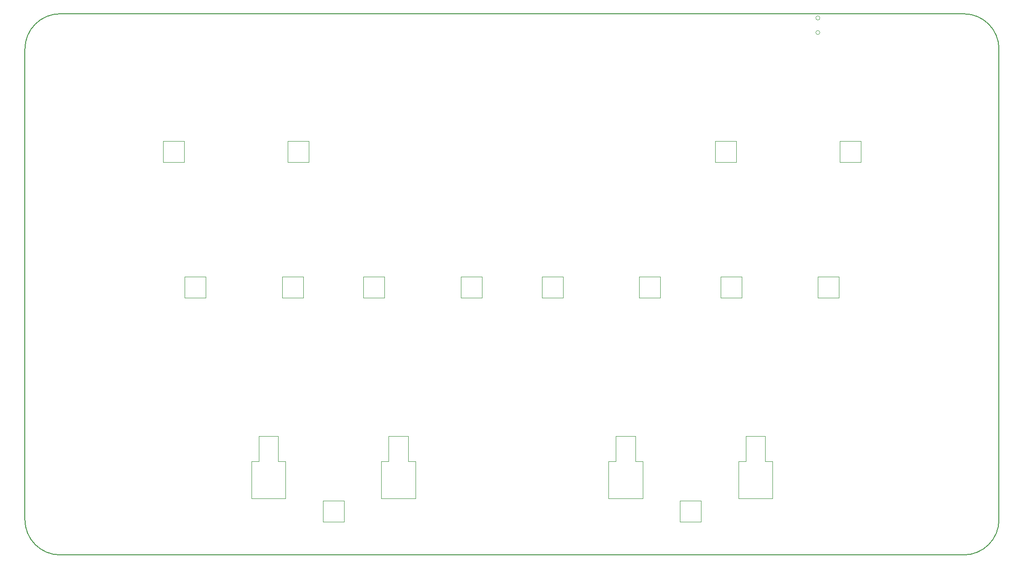
<source format=gbr>
%TF.GenerationSoftware,KiCad,Pcbnew,(6.0.5)*%
%TF.CreationDate,2022-10-13T09:17:03+09:00*%
%TF.ProjectId,Luka One___,4c756b61-204f-46e6-9566-5c5f2e6b6963,rev?*%
%TF.SameCoordinates,PX2f4d600PY1513820*%
%TF.FileFunction,Profile,NP*%
%FSLAX46Y46*%
G04 Gerber Fmt 4.6, Leading zero omitted, Abs format (unit mm)*
G04 Created by KiCad (PCBNEW (6.0.5)) date 2022-10-13 09:17:03*
%MOMM*%
%LPD*%
G01*
G04 APERTURE LIST*
%TA.AperFunction,Profile*%
%ADD10C,0.200000*%
%TD*%
%TA.AperFunction,Profile*%
%ADD11C,0.120000*%
%TD*%
G04 APERTURE END LIST*
D10*
X183902900Y-9902600D02*
G75*
G03*
X177402850Y-3402600I-6500100J-100D01*
G01*
X183902850Y-96902600D02*
X183902850Y-9902600D01*
X3902850Y-96902600D02*
G75*
G03*
X10402851Y-103402600I6500000J0D01*
G01*
X177402850Y-103402550D02*
G75*
G03*
X183902850Y-96902600I50J6499950D01*
G01*
X10402851Y-3402602D02*
G75*
G03*
X3902852Y-9902600I-1J-6499998D01*
G01*
X177402850Y-3402601D02*
X10402851Y-3402601D01*
X10402851Y-103402600D02*
X177402850Y-103402600D01*
X3902851Y-9902600D02*
X3902851Y-96902600D01*
D11*
%TO.C,Kailh PG1354*%
X69749999Y-92993850D02*
X69749999Y-86143850D01*
X45749999Y-92993850D02*
X52049999Y-92993850D01*
X74699999Y-86143850D02*
X76049999Y-86143850D01*
X47099999Y-81493850D02*
X50699999Y-81493850D01*
X74699999Y-81493850D02*
X74699999Y-86143850D01*
X52049999Y-92993850D02*
X52049999Y-86143850D01*
X71099999Y-81493850D02*
X71099999Y-86143850D01*
X50699999Y-81493850D02*
X50699999Y-86143850D01*
X50699999Y-86143850D02*
X52049999Y-86143850D01*
X45749999Y-86143850D02*
X47099999Y-86143850D01*
X69749999Y-86143850D02*
X71099999Y-86143850D01*
X76049999Y-92993850D02*
X76049999Y-86143850D01*
X47099999Y-81493850D02*
X47099999Y-86143850D01*
X45749999Y-92993850D02*
X45749999Y-86143850D01*
X69749999Y-92993850D02*
X76049999Y-92993850D01*
X71099999Y-81493850D02*
X74699999Y-81493850D01*
%TO.C,REF\u002A\u002A3*%
X136340000Y-55850000D02*
X132440000Y-55850000D01*
X132440000Y-55850000D02*
X132440000Y-51950000D01*
X132440000Y-51950000D02*
X136340000Y-51950000D01*
X136340000Y-51950000D02*
X136340000Y-55850000D01*
%TO.C,REF\u002A\u002A10*%
X51440000Y-51950000D02*
X55340000Y-51950000D01*
X55340000Y-51950000D02*
X55340000Y-55850000D01*
X51440000Y-55850000D02*
X51440000Y-51950000D01*
X55340000Y-55850000D02*
X51440000Y-55850000D01*
%TO.C,REF\u002A\u002A7*%
X66440000Y-51950000D02*
X70340000Y-51950000D01*
X66440000Y-55850000D02*
X66440000Y-51950000D01*
X70340000Y-51950000D02*
X70340000Y-55850000D01*
X70340000Y-55850000D02*
X66440000Y-55850000D01*
%TO.C,REF\u002A\u002A3*%
X29450000Y-26960000D02*
X33350000Y-26960000D01*
X33350000Y-30860000D02*
X29450000Y-30860000D01*
X33350000Y-26960000D02*
X33350000Y-30860000D01*
X29450000Y-30860000D02*
X29450000Y-26960000D01*
%TO.C,REF\u002A\u002A6*%
X121340000Y-51950000D02*
X121340000Y-55850000D01*
X117440000Y-51950000D02*
X121340000Y-51950000D01*
X121340000Y-55850000D02*
X117440000Y-55850000D01*
X117440000Y-55850000D02*
X117440000Y-51950000D01*
%TO.C,REF\u002A\u002A8*%
X88340000Y-51950000D02*
X88340000Y-55850000D01*
X84440000Y-55850000D02*
X84440000Y-51950000D01*
X88340000Y-55850000D02*
X84440000Y-55850000D01*
X84440000Y-51950000D02*
X88340000Y-51950000D01*
%TO.C,REF\u002A\u002A3*%
X52450000Y-30860000D02*
X52450000Y-26960000D01*
X56350000Y-30860000D02*
X52450000Y-30860000D01*
X52450000Y-26960000D02*
X56350000Y-26960000D01*
X56350000Y-26960000D02*
X56350000Y-30860000D01*
%TO.C,REF\u002A\u002A9*%
X37340000Y-55850000D02*
X33440000Y-55850000D01*
X33440000Y-55850000D02*
X33440000Y-51950000D01*
X37340000Y-51950000D02*
X37340000Y-55850000D01*
X33440000Y-51950000D02*
X37340000Y-51950000D01*
%TO.C,REF\u002A\u002A5*%
X99440000Y-51950000D02*
X103340000Y-51950000D01*
X103340000Y-55850000D02*
X99440000Y-55850000D01*
X103340000Y-51950000D02*
X103340000Y-55850000D01*
X99440000Y-55850000D02*
X99440000Y-51950000D01*
%TO.C,Kailh PG1354*%
X116699999Y-86143850D02*
X118049999Y-86143850D01*
X140699999Y-86143850D02*
X142049999Y-86143850D01*
X111749999Y-92993850D02*
X111749999Y-86143850D01*
X137099999Y-81493850D02*
X137099999Y-86143850D01*
X116699999Y-81493850D02*
X116699999Y-86143850D01*
X111749999Y-86143850D02*
X113099999Y-86143850D01*
X113099999Y-81493850D02*
X116699999Y-81493850D01*
X118049999Y-92993850D02*
X118049999Y-86143850D01*
X142049999Y-92993850D02*
X142049999Y-86143850D01*
X135749999Y-92993850D02*
X142049999Y-92993850D01*
X111749999Y-92993850D02*
X118049999Y-92993850D01*
X135749999Y-92993850D02*
X135749999Y-86143850D01*
X137099999Y-81493850D02*
X140699999Y-81493850D01*
X140699999Y-81493850D02*
X140699999Y-86143850D01*
X135749999Y-86143850D02*
X137099999Y-86143850D01*
X113099999Y-81493850D02*
X113099999Y-86143850D01*
%TO.C,REF\u002A\u002A3*%
X154450000Y-26960000D02*
X158350000Y-26960000D01*
X158350000Y-26960000D02*
X158350000Y-30860000D01*
X154450000Y-30860000D02*
X154450000Y-26960000D01*
X158350000Y-30860000D02*
X154450000Y-30860000D01*
%TO.C,REF\u002A\u002A4*%
X124956006Y-97267420D02*
X124956006Y-93367420D01*
X128856006Y-97267420D02*
X124956006Y-97267420D01*
X128856006Y-93367420D02*
X128856006Y-97267420D01*
X124956006Y-93367420D02*
X128856006Y-93367420D01*
%TO.C,REF\u002A\u002A3*%
X131450000Y-30860000D02*
X131450000Y-26960000D01*
X135350000Y-30860000D02*
X131450000Y-30860000D01*
X135350000Y-26960000D02*
X135350000Y-30860000D01*
X131450000Y-26960000D02*
X135350000Y-26960000D01*
%TO.C,REF\u002A\u002A*%
X58956006Y-97267420D02*
X58956006Y-93367420D01*
X62856006Y-97267420D02*
X58956006Y-97267420D01*
X62856006Y-93367420D02*
X62856006Y-97267420D01*
X58956006Y-93367420D02*
X62856006Y-93367420D01*
%TO.C,REF\u002A\u002A3*%
X154340000Y-51950000D02*
X154340000Y-55850000D01*
X150440000Y-51950000D02*
X154340000Y-51950000D01*
X154340000Y-55850000D02*
X150440000Y-55850000D01*
X150440000Y-55850000D02*
X150440000Y-51950000D01*
%TO.C,REF\u002A\u002A*%
X150801131Y-4170103D02*
G75*
G03*
X150801131Y-4170103I-375000J0D01*
G01*
X150801131Y-6870103D02*
G75*
G03*
X150801131Y-6870103I-375000J0D01*
G01*
%TD*%
M02*

</source>
